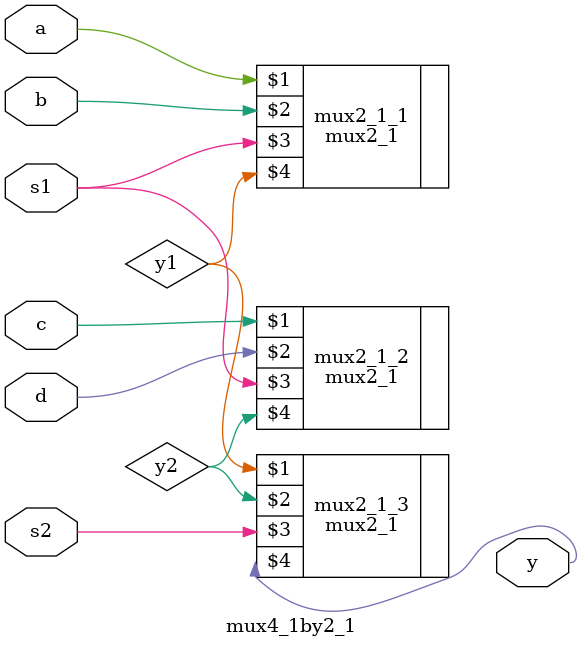
<source format=v>
`timescale 1ns / 1ps


module mux4_1by2_1(
    input a,b,c,d,s1,s2,
    output y
    );
    
    wire y1 , y2;
    
    mux2_1 mux2_1_1(a,b,s1,y1);
    mux2_1 mux2_1_2(c,d,s1,y2);
    mux2_1 mux2_1_3(y1,y2,s2,y);
    
endmodule

</source>
